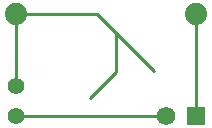
<source format=gtl>
G04 Layer: TopLayer*
G04 EasyEDA v6.5.29, 2023-07-06 22:17:37*
G04 385b75719dfb4ebaad5f742bb45734b5,cc60af95848b4e47b89df648a6ada5ad,10*
G04 Gerber Generator version 0.2*
G04 Scale: 100 percent, Rotated: No, Reflected: No *
G04 Dimensions in millimeters *
G04 leading zeros omitted , absolute positions ,4 integer and 5 decimal *
%FSLAX45Y45*%
%MOMM*%

%ADD10C,0.2540*%
%ADD11R,1.5748X1.5748*%
%ADD12C,1.5748*%
%ADD13C,1.4000*%
%ADD14C,1.8796*%

%LPD*%
D10*
X1821454Y7716245D02*
G01*
X1821454Y7384054D01*
X1600200Y7162800D01*
X977900Y7010400D02*
G01*
X2247900Y7010400D01*
X977900Y7874000D02*
G01*
X1663700Y7874000D01*
X2146300Y7391400D01*
X977900Y7874000D02*
G01*
X977900Y7264400D01*
X2501900Y7874000D02*
G01*
X2501900Y7010400D01*
D11*
G01*
X2501900Y7010400D03*
D12*
G01*
X2247900Y7010400D03*
D13*
G01*
X977900Y7264400D03*
G01*
X977900Y7010400D03*
D14*
G01*
X977900Y7874000D03*
G01*
X2501900Y7874000D03*
M02*

</source>
